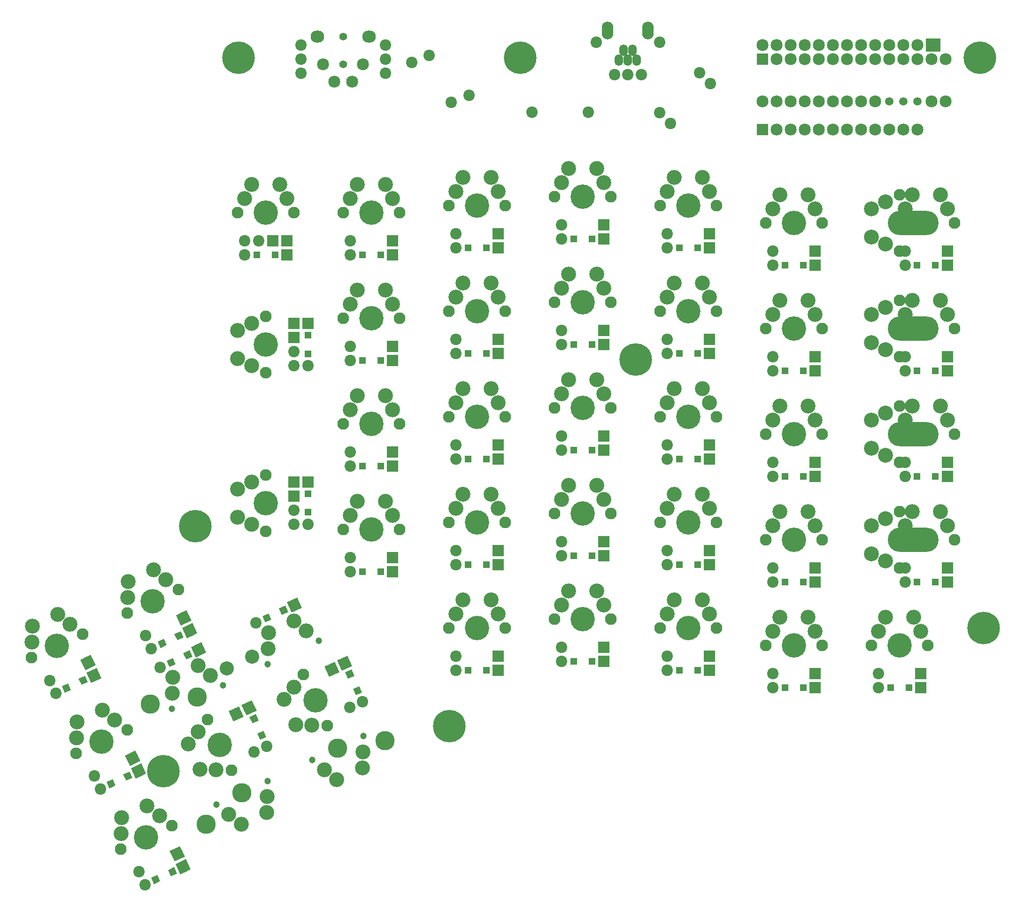
<source format=gbs>
G04 #@! TF.FileFunction,Soldermask,Bot*
%FSLAX46Y46*%
G04 Gerber Fmt 4.6, Leading zero omitted, Abs format (unit mm)*
G04 Created by KiCad (PCBNEW (2016-11-25 revision 30df041)-makepkg) date 12/05/16 22:00:37*
%MOMM*%
%LPD*%
G01*
G04 APERTURE LIST*
%ADD10C,0.150000*%
%ADD11C,2.159000*%
%ADD12R,2.159000X2.159000*%
%ADD13C,1.498600*%
%ADD14C,2.057400*%
%ADD15C,1.244600*%
%ADD16R,2.057400X2.057400*%
%ADD17O,1.549400X2.057400*%
%ADD18O,2.108200X3.200400*%
%ADD19C,2.692400*%
%ADD20C,1.193800*%
%ADD21C,3.479800*%
%ADD22R,1.422400X2.438400*%
%ADD23O,2.463800X2.159000*%
%ADD24C,1.397000*%
%ADD25C,2.540000*%
%ADD26C,5.867400*%
%ADD27C,2.108200*%
%ADD28C,2.689860*%
%ADD29R,1.244600X1.244600*%
%ADD30C,2.687320*%
%ADD31O,9.156700X4.394200*%
%ADD32C,4.394200*%
G04 APERTURE END LIST*
D10*
D11*
X164465000Y-37465000D03*
X167005000Y-37465000D03*
X169545000Y-37465000D03*
X172085000Y-37465000D03*
X174625000Y-37465000D03*
X177165000Y-37465000D03*
X179705000Y-37465000D03*
X182245000Y-37465000D03*
X184785000Y-37465000D03*
X187325000Y-37465000D03*
X189865000Y-37465000D03*
X192405000Y-37465000D03*
X194945000Y-37465000D03*
D12*
X161925000Y-37465000D03*
D11*
X194945000Y-45085000D03*
X192405000Y-45085000D03*
D13*
X189865000Y-45085000D03*
X187325000Y-45085000D03*
X184785000Y-45085000D03*
D11*
X182245000Y-45085000D03*
X179705000Y-45085000D03*
X177165000Y-45085000D03*
X174625000Y-45085000D03*
X172085000Y-45085000D03*
X169545000Y-45085000D03*
X167005000Y-45085000D03*
X164465000Y-45085000D03*
X161925000Y-45085000D03*
D14*
X53341367Y-147187736D03*
D15*
X55286576Y-146280670D03*
D10*
G36*
X54985576Y-147107661D02*
X54459585Y-145979670D01*
X55587576Y-145453679D01*
X56113567Y-146581670D01*
X54985576Y-147107661D01*
X54985576Y-147107661D01*
G37*
D14*
X60247433Y-143967384D03*
D10*
G36*
X59749862Y-145334450D02*
X58880367Y-143469813D01*
X60745004Y-142600318D01*
X61614499Y-144464955D01*
X59749862Y-145334450D01*
X59749862Y-145334450D01*
G37*
D15*
X58302224Y-144874450D03*
D10*
G36*
X58001224Y-145701441D02*
X57475233Y-144573450D01*
X58603224Y-144047459D01*
X59129215Y-145175450D01*
X58001224Y-145701441D01*
X58001224Y-145701441D01*
G37*
D14*
X70605747Y-139135936D03*
D15*
X72550956Y-138228870D03*
D10*
G36*
X72249956Y-139055861D02*
X71723965Y-137927870D01*
X72851956Y-137401879D01*
X73377947Y-138529870D01*
X72249956Y-139055861D01*
X72249956Y-139055861D01*
G37*
D14*
X77511813Y-135915584D03*
D10*
G36*
X77014242Y-137282650D02*
X76144747Y-135418013D01*
X78009384Y-134548518D01*
X78878879Y-136413155D01*
X77014242Y-137282650D01*
X77014242Y-137282650D01*
G37*
D15*
X75566604Y-136822650D03*
D10*
G36*
X75265604Y-137649641D02*
X74739613Y-136521650D01*
X75867604Y-135995659D01*
X76393595Y-137123650D01*
X75265604Y-137649641D01*
X75265604Y-137649641D01*
G37*
D14*
X77470000Y-118755160D03*
D16*
X77470000Y-116215160D03*
D14*
X77470000Y-90180160D03*
D16*
X77470000Y-87640160D03*
D14*
X71120000Y-70180200D03*
D16*
X73660000Y-70180200D03*
D17*
X139242800Y-37553900D03*
X138442700Y-35806380D03*
X137642600Y-37553900D03*
X136842500Y-35806380D03*
X136042400Y-37553900D03*
D18*
X133995160Y-32230060D03*
X141290040Y-32230060D03*
D14*
X140055600Y-40259000D03*
X143357600Y-34417000D03*
X137642600Y-40259000D03*
X131927600Y-34417000D03*
X135229600Y-40259000D03*
D19*
X77434621Y-138754526D03*
X72753017Y-143740174D03*
D20*
X72675456Y-146578921D03*
X81883544Y-142285119D03*
D19*
X79659082Y-140519823D03*
X72830577Y-140901427D03*
X60170241Y-146806326D03*
X55488637Y-151791974D03*
D21*
X60015120Y-152483820D03*
D20*
X55411076Y-154630721D03*
X64619164Y-150336919D03*
D19*
X62394702Y-148571623D03*
X55566197Y-148953227D03*
X85176179Y-167376434D03*
X89857783Y-162390786D03*
D21*
X85331300Y-161698940D03*
D20*
X89935344Y-159552039D03*
X80727256Y-163845841D03*
D19*
X82951718Y-165611137D03*
X89780223Y-165229533D03*
X67909259Y-175425694D03*
X72590863Y-170440046D03*
D21*
X68064380Y-169748200D03*
D20*
X72668424Y-167601299D03*
X63460336Y-171895101D03*
D19*
X65684798Y-173660397D03*
X72513303Y-173278793D03*
D14*
X152499602Y-41810398D03*
X145315398Y-48994602D03*
X150594602Y-39905398D03*
X143410398Y-47089602D03*
X130492500Y-46990000D03*
X120332500Y-46990000D03*
X101817898Y-36730398D03*
X109002102Y-43914602D03*
X98642898Y-38000398D03*
X105827102Y-45184602D03*
X78740000Y-40005000D03*
X78740000Y-37465000D03*
X78740000Y-34925000D03*
X93980000Y-40005000D03*
X93980000Y-37465000D03*
X93980000Y-34925000D03*
D12*
X161925000Y-50165000D03*
D11*
X164465000Y-50165000D03*
X167005000Y-50165000D03*
X169545000Y-50165000D03*
X172085000Y-50165000D03*
X174625000Y-50165000D03*
X177165000Y-50165000D03*
X179705000Y-50165000D03*
X182245000Y-50165000D03*
X184785000Y-50165000D03*
X187325000Y-50165000D03*
X189865000Y-50165000D03*
X189865000Y-34925000D03*
X187325000Y-34925000D03*
X184785000Y-34925000D03*
X182245000Y-34925000D03*
X179705000Y-34925000D03*
X177165000Y-34925000D03*
X174625000Y-34925000D03*
X167005000Y-34925000D03*
X164465000Y-34925000D03*
X161925000Y-34925000D03*
X172085000Y-34925000D03*
X169545000Y-34925000D03*
D22*
X192087500Y-34925000D03*
X193357500Y-34925000D03*
D23*
X90957400Y-33375600D03*
D11*
X82702400Y-38379400D03*
X87909400Y-41478200D03*
D23*
X81661000Y-33375600D03*
D11*
X84709000Y-41478200D03*
X89916000Y-38379400D03*
D24*
X86309200Y-33375600D03*
X86309200Y-38379400D03*
D25*
X69927083Y-145197966D03*
D21*
X93829648Y-160396270D03*
D25*
X65323823Y-147345789D03*
D21*
X61602126Y-175425496D03*
X51511692Y-153786490D03*
D26*
X53898800Y-165836600D03*
X59664600Y-121666000D03*
X105435400Y-157759400D03*
X201777600Y-140055600D03*
X139039600Y-91592400D03*
X201142600Y-37134800D03*
X118211600Y-37134800D03*
X67411600Y-37134800D03*
D19*
X193992500Y-80972660D03*
X187642500Y-83512660D03*
D27*
X196532500Y-86052660D03*
D28*
X195262500Y-83512660D03*
D19*
X188912500Y-80972660D03*
D14*
X187642500Y-91132660D03*
D16*
X195262500Y-91132660D03*
D14*
X187642500Y-93672660D03*
D16*
X195262500Y-93672660D03*
D29*
X189788800Y-93672660D03*
X193116200Y-93672660D03*
D30*
X181610000Y-83512660D03*
X184150000Y-82242660D03*
X184150000Y-89862660D03*
X181610000Y-88592660D03*
D31*
X189069980Y-86052660D03*
D27*
X186690000Y-91132660D03*
X186690000Y-80972660D03*
D19*
X193992500Y-119072660D03*
X187642500Y-121612660D03*
D27*
X196532500Y-124152660D03*
D28*
X195262500Y-121612660D03*
D19*
X188912500Y-119072660D03*
D14*
X187642500Y-129232660D03*
D16*
X195262500Y-129232660D03*
D14*
X187642500Y-131772660D03*
D16*
X195262500Y-131772660D03*
D29*
X189788800Y-131772660D03*
X193116200Y-131772660D03*
D30*
X181610000Y-121612660D03*
X184150000Y-120342660D03*
X184150000Y-127962660D03*
X181610000Y-126692660D03*
D31*
X189069980Y-124152660D03*
D27*
X186690000Y-129232660D03*
X186690000Y-119072660D03*
D19*
X193992500Y-61925200D03*
X187642500Y-64465200D03*
D27*
X196532500Y-67005200D03*
D28*
X195262500Y-64465200D03*
D19*
X188912500Y-61925200D03*
D14*
X187642500Y-72085200D03*
D16*
X195262500Y-72085200D03*
D14*
X187642500Y-74625200D03*
D16*
X195262500Y-74625200D03*
D29*
X189788800Y-74625200D03*
X193116200Y-74625200D03*
D30*
X181610000Y-64465200D03*
X184150000Y-63195200D03*
X184150000Y-70815200D03*
X181610000Y-69545200D03*
D31*
X189069980Y-67005200D03*
D27*
X186690000Y-72085200D03*
X186690000Y-61925200D03*
D19*
X193992500Y-100022660D03*
X187642500Y-102562660D03*
D27*
X196532500Y-105102660D03*
D28*
X195262500Y-102562660D03*
D19*
X188912500Y-100022660D03*
D14*
X187642500Y-110182660D03*
D16*
X195262500Y-110182660D03*
D14*
X187642500Y-112722660D03*
D16*
X195262500Y-112722660D03*
D29*
X189788800Y-112722660D03*
X193116200Y-112722660D03*
D30*
X181610000Y-102562660D03*
X184150000Y-101292660D03*
X184150000Y-108912660D03*
X181610000Y-107642660D03*
D31*
X189069980Y-105102660D03*
D27*
X186690000Y-110182660D03*
X186690000Y-100022660D03*
D19*
X93980000Y-60020200D03*
X87630000Y-62560200D03*
D32*
X91440000Y-65100200D03*
D27*
X86360000Y-65100200D03*
X96520000Y-65100200D03*
D19*
X95250000Y-62560200D03*
X88900000Y-60020200D03*
D14*
X87630000Y-70180200D03*
D16*
X95250000Y-70180200D03*
D14*
X87630000Y-72720200D03*
D16*
X95250000Y-72720200D03*
D29*
X89776300Y-72720200D03*
X93103700Y-72720200D03*
D19*
X151130000Y-77797660D03*
X144780000Y-80337660D03*
D32*
X148590000Y-82877660D03*
D27*
X143510000Y-82877660D03*
X153670000Y-82877660D03*
D19*
X152400000Y-80337660D03*
X146050000Y-77797660D03*
D14*
X144780000Y-87957660D03*
D16*
X152400000Y-87957660D03*
D14*
X144780000Y-90497660D03*
D16*
X152400000Y-90497660D03*
D29*
X146926300Y-90497660D03*
X150253700Y-90497660D03*
D19*
X58360986Y-160962159D03*
X63346634Y-165643763D03*
D32*
X64038480Y-161117280D03*
D27*
X66185381Y-165721324D03*
X61891579Y-156513236D03*
D19*
X60126283Y-158737698D03*
X60507887Y-165566203D03*
D14*
X70252699Y-162423412D03*
X67032348Y-155517347D03*
D10*
G36*
X68399414Y-156014918D02*
X66534777Y-156884413D01*
X65665282Y-155019776D01*
X67529919Y-154150281D01*
X68399414Y-156014918D01*
X68399414Y-156014918D01*
G37*
D14*
X72554721Y-161349962D03*
X69334370Y-154443896D03*
D10*
G36*
X70701436Y-154941467D02*
X68836799Y-155810962D01*
X67967304Y-153946325D01*
X69831941Y-153076830D01*
X70701436Y-154941467D01*
X70701436Y-154941467D01*
G37*
D15*
X71647655Y-159404753D03*
D10*
G36*
X72474646Y-159705753D02*
X71346655Y-160231744D01*
X70820664Y-159103753D01*
X71948655Y-158577762D01*
X72474646Y-159705753D01*
X72474646Y-159705753D01*
G37*
D15*
X70241435Y-156389105D03*
D10*
G36*
X71068426Y-156690105D02*
X69940435Y-157216096D01*
X69414444Y-156088105D01*
X70542435Y-155562114D01*
X71068426Y-156690105D01*
X71068426Y-156690105D01*
G37*
D19*
X75625366Y-152910359D03*
X80611014Y-157591963D03*
D32*
X81302860Y-153065480D03*
D27*
X83449761Y-157669524D03*
X79155959Y-148461436D03*
D19*
X77390663Y-150685898D03*
X77772267Y-157514403D03*
D14*
X87517079Y-154371612D03*
X84296728Y-147465547D03*
D10*
G36*
X85663794Y-147963118D02*
X83799157Y-148832613D01*
X82929662Y-146967976D01*
X84794299Y-146098481D01*
X85663794Y-147963118D01*
X85663794Y-147963118D01*
G37*
D14*
X89819101Y-153298162D03*
X86598750Y-146392096D03*
D10*
G36*
X87965816Y-146889667D02*
X86101179Y-147759162D01*
X85231684Y-145894525D01*
X87096321Y-145025030D01*
X87965816Y-146889667D01*
X87965816Y-146889667D01*
G37*
D15*
X88912035Y-151352953D03*
D10*
G36*
X89739026Y-151653953D02*
X88611035Y-152179944D01*
X88085044Y-151051953D01*
X89213035Y-150525962D01*
X89739026Y-151653953D01*
X89739026Y-151653953D01*
G37*
D15*
X87505815Y-148337305D03*
D10*
G36*
X88332806Y-148638305D02*
X87204815Y-149164296D01*
X86678824Y-148036305D01*
X87806815Y-147510314D01*
X88332806Y-148638305D01*
X88332806Y-148638305D01*
G37*
D19*
X113030000Y-134947660D03*
X106680000Y-137487660D03*
D32*
X110490000Y-140027660D03*
D27*
X105410000Y-140027660D03*
X115570000Y-140027660D03*
D19*
X114300000Y-137487660D03*
X107950000Y-134947660D03*
D14*
X106680000Y-145107660D03*
D16*
X114300000Y-145107660D03*
D14*
X106680000Y-147647660D03*
D16*
X114300000Y-147647660D03*
D29*
X108826300Y-147647660D03*
X112153700Y-147647660D03*
D19*
X132080000Y-133350000D03*
X125730000Y-135890000D03*
D32*
X129540000Y-138430000D03*
D27*
X124460000Y-138430000D03*
X134620000Y-138430000D03*
D19*
X133350000Y-135890000D03*
X127000000Y-133350000D03*
D14*
X125730000Y-143510000D03*
D16*
X133350000Y-143510000D03*
D14*
X125730000Y-146050000D03*
D16*
X133350000Y-146050000D03*
D29*
X127876300Y-146050000D03*
X131203700Y-146050000D03*
D19*
X170180000Y-138122660D03*
X163830000Y-140662660D03*
D32*
X167640000Y-143202660D03*
D27*
X162560000Y-143202660D03*
X172720000Y-143202660D03*
D19*
X171450000Y-140662660D03*
X165100000Y-138122660D03*
D14*
X163830000Y-148282660D03*
D16*
X171450000Y-148282660D03*
D14*
X163830000Y-150822660D03*
D16*
X171450000Y-150822660D03*
D29*
X165976300Y-150822660D03*
X169303700Y-150822660D03*
D19*
X93980000Y-117167660D03*
X87630000Y-119707660D03*
D32*
X91440000Y-122247660D03*
D27*
X86360000Y-122247660D03*
X96520000Y-122247660D03*
D19*
X95250000Y-119707660D03*
X88900000Y-117167660D03*
D14*
X87630000Y-127327660D03*
D16*
X95250000Y-127327660D03*
D14*
X87630000Y-129867660D03*
D16*
X95250000Y-129867660D03*
D29*
X89776300Y-129867660D03*
X93103700Y-129867660D03*
D19*
X113030000Y-115897660D03*
X106680000Y-118437660D03*
D32*
X110490000Y-120977660D03*
D27*
X105410000Y-120977660D03*
X115570000Y-120977660D03*
D19*
X114300000Y-118437660D03*
X107950000Y-115897660D03*
D14*
X106680000Y-126057660D03*
D16*
X114300000Y-126057660D03*
D14*
X106680000Y-128597660D03*
D16*
X114300000Y-128597660D03*
D29*
X108826300Y-128597660D03*
X112153700Y-128597660D03*
D19*
X132080000Y-114300000D03*
X125730000Y-116840000D03*
D32*
X129540000Y-119380000D03*
D27*
X124460000Y-119380000D03*
X134620000Y-119380000D03*
D19*
X133350000Y-116840000D03*
X127000000Y-114300000D03*
D14*
X125730000Y-124460000D03*
D16*
X133350000Y-124460000D03*
D14*
X125730000Y-127000000D03*
D16*
X133350000Y-127000000D03*
D29*
X127876300Y-127000000D03*
X131203700Y-127000000D03*
D19*
X151130000Y-115897660D03*
X144780000Y-118437660D03*
D32*
X148590000Y-120977660D03*
D27*
X143510000Y-120977660D03*
X153670000Y-120977660D03*
D19*
X152400000Y-118437660D03*
X146050000Y-115897660D03*
D14*
X144780000Y-126057660D03*
D16*
X152400000Y-126057660D03*
D14*
X144780000Y-128597660D03*
D16*
X152400000Y-128597660D03*
D29*
X146926300Y-128597660D03*
X150253700Y-128597660D03*
D19*
X170180000Y-119072660D03*
X163830000Y-121612660D03*
D32*
X167640000Y-124152660D03*
D27*
X162560000Y-124152660D03*
X172720000Y-124152660D03*
D19*
X171450000Y-121612660D03*
X165100000Y-119072660D03*
D14*
X163830000Y-129232660D03*
D16*
X171450000Y-129232660D03*
D14*
X163830000Y-131772660D03*
D16*
X171450000Y-131772660D03*
D29*
X165976300Y-131772660D03*
X169303700Y-131772660D03*
D19*
X93980000Y-98117660D03*
X87630000Y-100657660D03*
D32*
X91440000Y-103197660D03*
D27*
X86360000Y-103197660D03*
X96520000Y-103197660D03*
D19*
X95250000Y-100657660D03*
X88900000Y-98117660D03*
D14*
X87630000Y-108277660D03*
D16*
X95250000Y-108277660D03*
D14*
X87630000Y-110817660D03*
D16*
X95250000Y-110817660D03*
D29*
X89776300Y-110817660D03*
X93103700Y-110817660D03*
D19*
X113030000Y-96847660D03*
X106680000Y-99387660D03*
D32*
X110490000Y-101927660D03*
D27*
X105410000Y-101927660D03*
X115570000Y-101927660D03*
D19*
X114300000Y-99387660D03*
X107950000Y-96847660D03*
D14*
X106680000Y-107007660D03*
D16*
X114300000Y-107007660D03*
D14*
X106680000Y-109547660D03*
D16*
X114300000Y-109547660D03*
D29*
X108826300Y-109547660D03*
X112153700Y-109547660D03*
D19*
X132080000Y-95250000D03*
X125730000Y-97790000D03*
D32*
X129540000Y-100330000D03*
D27*
X124460000Y-100330000D03*
X134620000Y-100330000D03*
D19*
X133350000Y-97790000D03*
X127000000Y-95250000D03*
D14*
X125730000Y-105410000D03*
D16*
X133350000Y-105410000D03*
D14*
X125730000Y-107950000D03*
D16*
X133350000Y-107950000D03*
D29*
X127876300Y-107950000D03*
X131203700Y-107950000D03*
D19*
X151130000Y-96847660D03*
X144780000Y-99387660D03*
D32*
X148590000Y-101927660D03*
D27*
X143510000Y-101927660D03*
X153670000Y-101927660D03*
D19*
X152400000Y-99387660D03*
X146050000Y-96847660D03*
D14*
X144780000Y-107007660D03*
D16*
X152400000Y-107007660D03*
D14*
X144780000Y-109547660D03*
D16*
X152400000Y-109547660D03*
D29*
X146926300Y-109547660D03*
X150253700Y-109547660D03*
D19*
X113030000Y-77797660D03*
X106680000Y-80337660D03*
D32*
X110490000Y-82877660D03*
D27*
X105410000Y-82877660D03*
X115570000Y-82877660D03*
D19*
X114300000Y-80337660D03*
X107950000Y-77797660D03*
D14*
X106680000Y-87957660D03*
D16*
X114300000Y-87957660D03*
D14*
X106680000Y-90497660D03*
D16*
X114300000Y-90497660D03*
D29*
X108826300Y-90497660D03*
X112153700Y-90497660D03*
D19*
X132080000Y-76200000D03*
X125730000Y-78740000D03*
D32*
X129540000Y-81280000D03*
D27*
X124460000Y-81280000D03*
X134620000Y-81280000D03*
D19*
X133350000Y-78740000D03*
X127000000Y-76200000D03*
D14*
X125730000Y-86360000D03*
D16*
X133350000Y-86360000D03*
D14*
X125730000Y-88900000D03*
D16*
X133350000Y-88900000D03*
D29*
X127876300Y-88900000D03*
X131203700Y-88900000D03*
D19*
X170180000Y-80972660D03*
X163830000Y-83512660D03*
D32*
X167640000Y-86052660D03*
D27*
X162560000Y-86052660D03*
X172720000Y-86052660D03*
D19*
X171450000Y-83512660D03*
X165100000Y-80972660D03*
D14*
X163830000Y-91132660D03*
D16*
X171450000Y-91132660D03*
D14*
X163830000Y-93672660D03*
D16*
X171450000Y-93672660D03*
D29*
X165976300Y-93672660D03*
X169303700Y-93672660D03*
D19*
X151130000Y-134947660D03*
X144780000Y-137487660D03*
D32*
X148590000Y-140027660D03*
D27*
X143510000Y-140027660D03*
X153670000Y-140027660D03*
D19*
X152400000Y-137487660D03*
X146050000Y-134947660D03*
D14*
X144780000Y-145107660D03*
D16*
X152400000Y-145107660D03*
D14*
X144780000Y-147647660D03*
D16*
X152400000Y-147647660D03*
D29*
X146926300Y-147647660D03*
X150253700Y-147647660D03*
D19*
X113030000Y-58747660D03*
X106680000Y-61287660D03*
D32*
X110490000Y-63827660D03*
D27*
X105410000Y-63827660D03*
X115570000Y-63827660D03*
D19*
X114300000Y-61287660D03*
X107950000Y-58747660D03*
D14*
X106680000Y-68907660D03*
D16*
X114300000Y-68907660D03*
D14*
X106680000Y-71447660D03*
D16*
X114300000Y-71447660D03*
D29*
X108826300Y-71447660D03*
X112153700Y-71447660D03*
D19*
X132080000Y-57150000D03*
X125730000Y-59690000D03*
D32*
X129540000Y-62230000D03*
D27*
X124460000Y-62230000D03*
X134620000Y-62230000D03*
D19*
X133350000Y-59690000D03*
X127000000Y-57150000D03*
D14*
X125730000Y-67310000D03*
D16*
X133350000Y-67310000D03*
D14*
X125730000Y-69850000D03*
D16*
X133350000Y-69850000D03*
D29*
X127876300Y-69850000D03*
X131203700Y-69850000D03*
D19*
X151130000Y-58747660D03*
X144780000Y-61287660D03*
D32*
X148590000Y-63827660D03*
D27*
X143510000Y-63827660D03*
X153670000Y-63827660D03*
D19*
X152400000Y-61287660D03*
X146050000Y-58747660D03*
D14*
X144780000Y-68907660D03*
D16*
X152400000Y-68907660D03*
D14*
X144780000Y-71447660D03*
D16*
X152400000Y-71447660D03*
D29*
X146926300Y-71447660D03*
X150253700Y-71447660D03*
D19*
X170180000Y-61925200D03*
X163830000Y-64465200D03*
D32*
X167640000Y-67005200D03*
D27*
X162560000Y-67005200D03*
X172720000Y-67005200D03*
D19*
X171450000Y-64465200D03*
X165100000Y-61925200D03*
D14*
X163830000Y-72085200D03*
D16*
X171450000Y-72085200D03*
D14*
X163830000Y-74625200D03*
D16*
X171450000Y-74625200D03*
D29*
X165976300Y-74625200D03*
X169303700Y-74625200D03*
D19*
X52118441Y-129541946D03*
X47436837Y-134527594D03*
D32*
X51963320Y-135219440D03*
D27*
X47359276Y-137366341D03*
X56567364Y-133072539D03*
D19*
X54342902Y-131307243D03*
X47514397Y-131688847D03*
D14*
X50657188Y-141433659D03*
X57563253Y-138213308D03*
D10*
G36*
X57065682Y-139580374D02*
X56196187Y-137715737D01*
X58060824Y-136846242D01*
X58930319Y-138710879D01*
X57065682Y-139580374D01*
X57065682Y-139580374D01*
G37*
D14*
X51730638Y-143735681D03*
X58636704Y-140515330D03*
D10*
G36*
X58139133Y-141882396D02*
X57269638Y-140017759D01*
X59134275Y-139148264D01*
X60003770Y-141012901D01*
X58139133Y-141882396D01*
X58139133Y-141882396D01*
G37*
D15*
X53675847Y-142828615D03*
D10*
G36*
X53374847Y-143655606D02*
X52848856Y-142527615D01*
X53976847Y-142001624D01*
X54502838Y-143129615D01*
X53374847Y-143655606D01*
X53374847Y-143655606D01*
G37*
D15*
X56691495Y-141422395D03*
D10*
G36*
X56390495Y-142249386D02*
X55864504Y-141121395D01*
X56992495Y-140595404D01*
X57518486Y-141723395D01*
X56390495Y-142249386D01*
X56390495Y-142249386D01*
G37*
D19*
X34854061Y-137591206D03*
X30172457Y-142576854D03*
D32*
X34698940Y-143268700D03*
D27*
X30094896Y-145415601D03*
X39302984Y-141121799D03*
D19*
X37078522Y-139356503D03*
X30250017Y-139738107D03*
D14*
X33392808Y-149482919D03*
X40298873Y-146262568D03*
D10*
G36*
X39801302Y-147629634D02*
X38931807Y-145764997D01*
X40796444Y-144895502D01*
X41665939Y-146760139D01*
X39801302Y-147629634D01*
X39801302Y-147629634D01*
G37*
D14*
X34466258Y-151784941D03*
X41372324Y-148564590D03*
D10*
G36*
X40874753Y-149931656D02*
X40005258Y-148067019D01*
X41869895Y-147197524D01*
X42739390Y-149062161D01*
X40874753Y-149931656D01*
X40874753Y-149931656D01*
G37*
D15*
X36411467Y-150877875D03*
D10*
G36*
X36110467Y-151704866D02*
X35584476Y-150576875D01*
X36712467Y-150050884D01*
X37238458Y-151178875D01*
X36110467Y-151704866D01*
X36110467Y-151704866D01*
G37*
D15*
X39427115Y-149471655D03*
D10*
G36*
X39126115Y-150298646D02*
X38600124Y-149170655D01*
X39728115Y-148644664D01*
X40254106Y-149772655D01*
X39126115Y-150298646D01*
X39126115Y-150298646D01*
G37*
D19*
X50955121Y-172122506D03*
X46273517Y-177108154D03*
D32*
X50800000Y-177800000D03*
D27*
X46195956Y-179946901D03*
X55404044Y-175653099D03*
D19*
X53179582Y-173887803D03*
X46351077Y-174269407D03*
D14*
X49493868Y-184014219D03*
X56399933Y-180793868D03*
D10*
G36*
X55902362Y-182160934D02*
X55032867Y-180296297D01*
X56897504Y-179426802D01*
X57766999Y-181291439D01*
X55902362Y-182160934D01*
X55902362Y-182160934D01*
G37*
D14*
X50567318Y-186316241D03*
X57473384Y-183095890D03*
D10*
G36*
X56975813Y-184462956D02*
X56106318Y-182598319D01*
X57970955Y-181728824D01*
X58840450Y-183593461D01*
X56975813Y-184462956D01*
X56975813Y-184462956D01*
G37*
D15*
X52512527Y-185409175D03*
D10*
G36*
X52211527Y-186236166D02*
X51685536Y-185108175D01*
X52813527Y-184582184D01*
X53339518Y-185710175D01*
X52211527Y-186236166D01*
X52211527Y-186236166D01*
G37*
D15*
X55528175Y-184002955D03*
D10*
G36*
X55227175Y-184829946D02*
X54701184Y-183701955D01*
X55829175Y-183175964D01*
X56355166Y-184303955D01*
X55227175Y-184829946D01*
X55227175Y-184829946D01*
G37*
D19*
X42903321Y-154855586D03*
X38221717Y-159841234D03*
D32*
X42748200Y-160533080D03*
D27*
X38144156Y-162679981D03*
X47352244Y-158386179D03*
D19*
X45127782Y-156620883D03*
X38299277Y-157002487D03*
D14*
X41442068Y-166747299D03*
X48348133Y-163526948D03*
D10*
G36*
X47850562Y-164894014D02*
X46981067Y-163029377D01*
X48845704Y-162159882D01*
X49715199Y-164024519D01*
X47850562Y-164894014D01*
X47850562Y-164894014D01*
G37*
D14*
X42515518Y-169049321D03*
X49421584Y-165828970D03*
D10*
G36*
X48924013Y-167196036D02*
X48054518Y-165331399D01*
X49919155Y-164461904D01*
X50788650Y-166326541D01*
X48924013Y-167196036D01*
X48924013Y-167196036D01*
G37*
D15*
X44460727Y-168142255D03*
D10*
G36*
X44159727Y-168969246D02*
X43633736Y-167841255D01*
X44761727Y-167315264D01*
X45287718Y-168443255D01*
X44159727Y-168969246D01*
X44159727Y-168969246D01*
G37*
D15*
X47476375Y-166736035D03*
D10*
G36*
X47175375Y-167563026D02*
X46649384Y-166435035D01*
X47777375Y-165909044D01*
X48303366Y-167037035D01*
X47175375Y-167563026D01*
X47175375Y-167563026D01*
G37*
D19*
X93980000Y-79067660D03*
X87630000Y-81607660D03*
D32*
X91440000Y-84147660D03*
D27*
X86360000Y-84147660D03*
X96520000Y-84147660D03*
D19*
X95250000Y-81607660D03*
X88900000Y-79067660D03*
D14*
X87630000Y-89227660D03*
D16*
X95250000Y-89227660D03*
D14*
X87630000Y-91767660D03*
D16*
X95250000Y-91767660D03*
D29*
X89776300Y-91767660D03*
X93103700Y-91767660D03*
D19*
X189230000Y-138122660D03*
X182880000Y-140662660D03*
D32*
X186690000Y-143202660D03*
D27*
X181610000Y-143202660D03*
X191770000Y-143202660D03*
D19*
X190500000Y-140662660D03*
X184150000Y-138122660D03*
D14*
X182880000Y-148282660D03*
D16*
X190500000Y-148282660D03*
D14*
X182880000Y-150822660D03*
D16*
X190500000Y-150822660D03*
D29*
X185026300Y-150822660D03*
X188353700Y-150822660D03*
D19*
X67310000Y-114945160D03*
X69850000Y-121295160D03*
D32*
X72390000Y-117485160D03*
D27*
X72390000Y-122565160D03*
X72390000Y-112405160D03*
D19*
X69850000Y-113675160D03*
X67310000Y-120025160D03*
D14*
X77470000Y-121295160D03*
D16*
X77470000Y-113675160D03*
D14*
X80010000Y-121295160D03*
D16*
X80010000Y-113675160D03*
D29*
X80010000Y-119148860D03*
X80010000Y-115821460D03*
D19*
X67310000Y-86370160D03*
X69850000Y-92720160D03*
D32*
X72390000Y-88910160D03*
D27*
X72390000Y-93990160D03*
X72390000Y-83830160D03*
D19*
X69850000Y-85100160D03*
X67310000Y-91450160D03*
D14*
X77470000Y-92720160D03*
D16*
X77470000Y-85100160D03*
D14*
X80010000Y-92720160D03*
D16*
X80010000Y-85100160D03*
D29*
X80010000Y-90573860D03*
X80010000Y-87246460D03*
D19*
X74930000Y-60020200D03*
X68580000Y-62560200D03*
D32*
X72390000Y-65100200D03*
D27*
X67310000Y-65100200D03*
X77470000Y-65100200D03*
D19*
X76200000Y-62560200D03*
X69850000Y-60020200D03*
D14*
X68580000Y-70180200D03*
D16*
X76200000Y-70180200D03*
D14*
X68580000Y-72720200D03*
D16*
X76200000Y-72720200D03*
D29*
X70726300Y-72720200D03*
X74053700Y-72720200D03*
D19*
X170180000Y-100022660D03*
X163830000Y-102562660D03*
D32*
X167640000Y-105102660D03*
D27*
X162560000Y-105102660D03*
X172720000Y-105102660D03*
D19*
X171450000Y-102562660D03*
X165100000Y-100022660D03*
D14*
X163830000Y-110182660D03*
D16*
X171450000Y-110182660D03*
D14*
X163830000Y-112722660D03*
D16*
X171450000Y-112722660D03*
D29*
X165976300Y-112722660D03*
X169303700Y-112722660D03*
M02*

</source>
